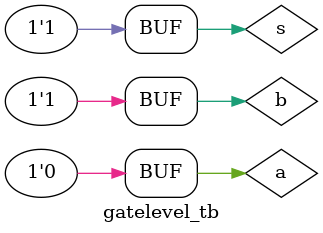
<source format=v>
module gatelevel (a,b,s,y);
input a,b,s;
output y;
wire sbar,w1,w2;

not g1(sbar,s);
and g2(w1,a,sbar);
and g3(w2,s,b);
or g4(y,w1,w2);

endmodule
module gatelevel_tb;
reg a,b,s;
wire y;
gatelevel i(a,b,s,y);
initial 
begin
    s=1'b0 ; a=1'b0 ; b=1'b0;
    $monitor("time:%f, s=%b, a=%b, b=%b, y=%b",$time, s,a,b,y);
    #5 s=1'b0; a=1'b1; b=1'b0; 
    #5 s=1'b0; a=1'b0; b=1'b1;
    #5 s=1'b1; a=1'b1; b=1'b0;
    #5 s=1'b1; a=1'b0; b=1'b1;
end
endmodule

</source>
